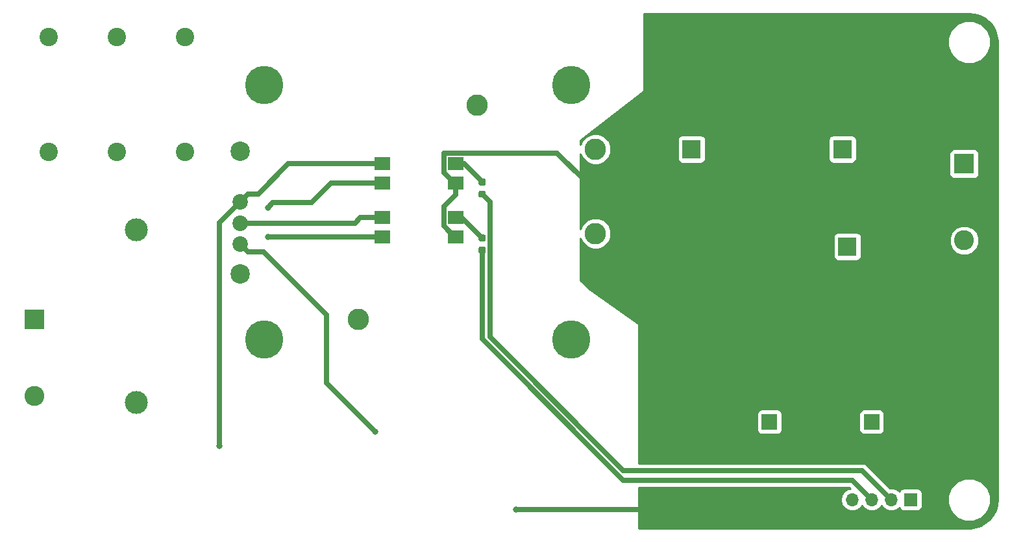
<source format=gbr>
G04 #@! TF.GenerationSoftware,KiCad,Pcbnew,(5.0.2)-1*
G04 #@! TF.CreationDate,2019-02-08T17:58:05-05:00*
G04 #@! TF.ProjectId,DC_DCBoard,44435f44-4342-46f6-9172-642e6b696361,rev?*
G04 #@! TF.SameCoordinates,Original*
G04 #@! TF.FileFunction,Copper,L2,Bot*
G04 #@! TF.FilePolarity,Positive*
%FSLAX46Y46*%
G04 Gerber Fmt 4.6, Leading zero omitted, Abs format (unit mm)*
G04 Created by KiCad (PCBNEW (5.0.2)-1) date 2/8/2019 5:58:05 PM*
%MOMM*%
%LPD*%
G01*
G04 APERTURE LIST*
G04 #@! TA.AperFunction,ComponentPad*
%ADD10C,3.000000*%
G04 #@! TD*
G04 #@! TA.AperFunction,ComponentPad*
%ADD11C,4.990000*%
G04 #@! TD*
G04 #@! TA.AperFunction,ComponentPad*
%ADD12C,2.790000*%
G04 #@! TD*
G04 #@! TA.AperFunction,ComponentPad*
%ADD13C,2.020000*%
G04 #@! TD*
G04 #@! TA.AperFunction,ComponentPad*
%ADD14C,2.530000*%
G04 #@! TD*
G04 #@! TA.AperFunction,ComponentPad*
%ADD15C,2.400000*%
G04 #@! TD*
G04 #@! TA.AperFunction,ComponentPad*
%ADD16R,2.400000X2.400000*%
G04 #@! TD*
G04 #@! TA.AperFunction,ComponentPad*
%ADD17C,2.000000*%
G04 #@! TD*
G04 #@! TA.AperFunction,ComponentPad*
%ADD18R,2.000000X2.000000*%
G04 #@! TD*
G04 #@! TA.AperFunction,ComponentPad*
%ADD19C,2.600000*%
G04 #@! TD*
G04 #@! TA.AperFunction,ComponentPad*
%ADD20R,2.600000X2.600000*%
G04 #@! TD*
G04 #@! TA.AperFunction,Conductor*
%ADD21C,0.100000*%
G04 #@! TD*
G04 #@! TA.AperFunction,SMDPad,CuDef*
%ADD22C,0.875000*%
G04 #@! TD*
G04 #@! TA.AperFunction,SMDPad,CuDef*
%ADD23R,2.000000X1.780000*%
G04 #@! TD*
G04 #@! TA.AperFunction,ComponentPad*
%ADD24O,1.700000X1.700000*%
G04 #@! TD*
G04 #@! TA.AperFunction,ComponentPad*
%ADD25R,1.700000X1.700000*%
G04 #@! TD*
G04 #@! TA.AperFunction,ViaPad*
%ADD26C,0.800000*%
G04 #@! TD*
G04 #@! TA.AperFunction,Conductor*
%ADD27C,0.635000*%
G04 #@! TD*
G04 #@! TA.AperFunction,Conductor*
%ADD28C,0.254000*%
G04 #@! TD*
G04 APERTURE END LIST*
D10*
G04 #@! TO.P,F1,1*
G04 #@! TO.N,Net-(F1-Pad1)*
X81280000Y-118745000D03*
G04 #@! TO.P,F1,2*
G04 #@! TO.N,/HV+*
X81280000Y-96245000D03*
G04 #@! TD*
D11*
G04 #@! TO.P,U1,*
G04 #@! TO.N,*
X97955000Y-110580000D03*
X97955000Y-77380000D03*
X137955000Y-110580000D03*
X137955000Y-77380000D03*
D12*
X110245000Y-107950000D03*
X125665000Y-80010000D03*
G04 #@! TO.P,U1,9*
G04 #@! TO.N,Net-(C6-Pad1)*
X141145000Y-85730000D03*
G04 #@! TO.P,U1,8*
G04 #@! TO.N,GND*
X141145000Y-91230000D03*
G04 #@! TO.P,U1,7*
G04 #@! TO.N,Net-(C6-Pad1)*
X141145000Y-96730000D03*
G04 #@! TO.P,U1,6*
G04 #@! TO.N,GND*
X141145000Y-102230000D03*
D13*
G04 #@! TO.P,U1,4*
G04 #@! TO.N,/FAULT*
X94765000Y-98110000D03*
G04 #@! TO.P,U1,3*
G04 #@! TO.N,/EN*
X94765000Y-95360000D03*
G04 #@! TO.P,U1,2*
G04 #@! TO.N,/TRIM*
X94765000Y-92600000D03*
D14*
G04 #@! TO.P,U1,5*
G04 #@! TO.N,/HV-*
X94765000Y-101980000D03*
G04 #@! TO.P,U1,1*
G04 #@! TO.N,Net-(C1-Pad1)*
X94765000Y-85980000D03*
G04 #@! TD*
D15*
G04 #@! TO.P,C1,2*
G04 #@! TO.N,/HV-*
X87630000Y-86120000D03*
G04 #@! TO.P,C1,1*
G04 #@! TO.N,Net-(C1-Pad1)*
X87630000Y-71120000D03*
G04 #@! TD*
G04 #@! TO.P,C2,2*
G04 #@! TO.N,/HV-*
X69850000Y-86120000D03*
G04 #@! TO.P,C2,1*
G04 #@! TO.N,Net-(C1-Pad1)*
X69850000Y-71120000D03*
G04 #@! TD*
G04 #@! TO.P,C3,2*
G04 #@! TO.N,/HV-*
X78740000Y-86120000D03*
G04 #@! TO.P,C3,1*
G04 #@! TO.N,Net-(C1-Pad1)*
X78740000Y-71120000D03*
G04 #@! TD*
G04 #@! TO.P,C6,2*
G04 #@! TO.N,GND*
X153670000Y-78225000D03*
D16*
G04 #@! TO.P,C6,1*
G04 #@! TO.N,Net-(C6-Pad1)*
X153670000Y-85725000D03*
G04 #@! TD*
D15*
G04 #@! TO.P,C7,2*
G04 #@! TO.N,GND*
X173355000Y-78225000D03*
D16*
G04 #@! TO.P,C7,1*
G04 #@! TO.N,+12V*
X173355000Y-85725000D03*
G04 #@! TD*
D15*
G04 #@! TO.P,C8,2*
G04 #@! TO.N,GND*
X173990000Y-105925000D03*
D16*
G04 #@! TO.P,C8,1*
G04 #@! TO.N,+12V*
X173990000Y-98425000D03*
G04 #@! TD*
D17*
G04 #@! TO.P,C9,2*
G04 #@! TO.N,GND*
X177165000Y-116285000D03*
D18*
G04 #@! TO.P,C9,1*
G04 #@! TO.N,+12V*
X177165000Y-121285000D03*
G04 #@! TD*
D17*
G04 #@! TO.P,C11,2*
G04 #@! TO.N,GND*
X163830000Y-116285000D03*
D18*
G04 #@! TO.P,C11,1*
G04 #@! TO.N,+12V*
X163830000Y-121285000D03*
G04 #@! TD*
D19*
G04 #@! TO.P,J1,2*
G04 #@! TO.N,/HV-*
X67945000Y-117950000D03*
D20*
G04 #@! TO.P,J1,1*
G04 #@! TO.N,Net-(F1-Pad1)*
X67945000Y-107950000D03*
G04 #@! TD*
D19*
G04 #@! TO.P,J2,4*
G04 #@! TO.N,GND*
X189230000Y-117630000D03*
G04 #@! TO.P,J2,3*
X189230000Y-107630000D03*
G04 #@! TO.P,J2,2*
G04 #@! TO.N,+12V*
X189230000Y-97630000D03*
D20*
G04 #@! TO.P,J2,1*
X189230000Y-87630000D03*
G04 #@! TD*
D21*
G04 #@! TO.N,Net-(R8-Pad2)*
G04 #@! TO.C,R8*
G36*
X126642691Y-96871053D02*
X126663926Y-96874203D01*
X126684750Y-96879419D01*
X126704962Y-96886651D01*
X126724368Y-96895830D01*
X126742781Y-96906866D01*
X126760024Y-96919654D01*
X126775930Y-96934070D01*
X126790346Y-96949976D01*
X126803134Y-96967219D01*
X126814170Y-96985632D01*
X126823349Y-97005038D01*
X126830581Y-97025250D01*
X126835797Y-97046074D01*
X126838947Y-97067309D01*
X126840000Y-97088750D01*
X126840000Y-97526250D01*
X126838947Y-97547691D01*
X126835797Y-97568926D01*
X126830581Y-97589750D01*
X126823349Y-97609962D01*
X126814170Y-97629368D01*
X126803134Y-97647781D01*
X126790346Y-97665024D01*
X126775930Y-97680930D01*
X126760024Y-97695346D01*
X126742781Y-97708134D01*
X126724368Y-97719170D01*
X126704962Y-97728349D01*
X126684750Y-97735581D01*
X126663926Y-97740797D01*
X126642691Y-97743947D01*
X126621250Y-97745000D01*
X126108750Y-97745000D01*
X126087309Y-97743947D01*
X126066074Y-97740797D01*
X126045250Y-97735581D01*
X126025038Y-97728349D01*
X126005632Y-97719170D01*
X125987219Y-97708134D01*
X125969976Y-97695346D01*
X125954070Y-97680930D01*
X125939654Y-97665024D01*
X125926866Y-97647781D01*
X125915830Y-97629368D01*
X125906651Y-97609962D01*
X125899419Y-97589750D01*
X125894203Y-97568926D01*
X125891053Y-97547691D01*
X125890000Y-97526250D01*
X125890000Y-97088750D01*
X125891053Y-97067309D01*
X125894203Y-97046074D01*
X125899419Y-97025250D01*
X125906651Y-97005038D01*
X125915830Y-96985632D01*
X125926866Y-96967219D01*
X125939654Y-96949976D01*
X125954070Y-96934070D01*
X125969976Y-96919654D01*
X125987219Y-96906866D01*
X126005632Y-96895830D01*
X126025038Y-96886651D01*
X126045250Y-96879419D01*
X126066074Y-96874203D01*
X126087309Y-96871053D01*
X126108750Y-96870000D01*
X126621250Y-96870000D01*
X126642691Y-96871053D01*
X126642691Y-96871053D01*
G37*
D22*
G04 #@! TD*
G04 #@! TO.P,R8,2*
G04 #@! TO.N,Net-(R8-Pad2)*
X126365000Y-97307500D03*
D21*
G04 #@! TO.N,/DC_DC_EN*
G04 #@! TO.C,R8*
G36*
X126642691Y-98446053D02*
X126663926Y-98449203D01*
X126684750Y-98454419D01*
X126704962Y-98461651D01*
X126724368Y-98470830D01*
X126742781Y-98481866D01*
X126760024Y-98494654D01*
X126775930Y-98509070D01*
X126790346Y-98524976D01*
X126803134Y-98542219D01*
X126814170Y-98560632D01*
X126823349Y-98580038D01*
X126830581Y-98600250D01*
X126835797Y-98621074D01*
X126838947Y-98642309D01*
X126840000Y-98663750D01*
X126840000Y-99101250D01*
X126838947Y-99122691D01*
X126835797Y-99143926D01*
X126830581Y-99164750D01*
X126823349Y-99184962D01*
X126814170Y-99204368D01*
X126803134Y-99222781D01*
X126790346Y-99240024D01*
X126775930Y-99255930D01*
X126760024Y-99270346D01*
X126742781Y-99283134D01*
X126724368Y-99294170D01*
X126704962Y-99303349D01*
X126684750Y-99310581D01*
X126663926Y-99315797D01*
X126642691Y-99318947D01*
X126621250Y-99320000D01*
X126108750Y-99320000D01*
X126087309Y-99318947D01*
X126066074Y-99315797D01*
X126045250Y-99310581D01*
X126025038Y-99303349D01*
X126005632Y-99294170D01*
X125987219Y-99283134D01*
X125969976Y-99270346D01*
X125954070Y-99255930D01*
X125939654Y-99240024D01*
X125926866Y-99222781D01*
X125915830Y-99204368D01*
X125906651Y-99184962D01*
X125899419Y-99164750D01*
X125894203Y-99143926D01*
X125891053Y-99122691D01*
X125890000Y-99101250D01*
X125890000Y-98663750D01*
X125891053Y-98642309D01*
X125894203Y-98621074D01*
X125899419Y-98600250D01*
X125906651Y-98580038D01*
X125915830Y-98560632D01*
X125926866Y-98542219D01*
X125939654Y-98524976D01*
X125954070Y-98509070D01*
X125969976Y-98494654D01*
X125987219Y-98481866D01*
X126005632Y-98470830D01*
X126025038Y-98461651D01*
X126045250Y-98454419D01*
X126066074Y-98449203D01*
X126087309Y-98446053D01*
X126108750Y-98445000D01*
X126621250Y-98445000D01*
X126642691Y-98446053D01*
X126642691Y-98446053D01*
G37*
D22*
G04 #@! TD*
G04 #@! TO.P,R8,1*
G04 #@! TO.N,/DC_DC_EN*
X126365000Y-98882500D03*
D21*
G04 #@! TO.N,Net-(R10-Pad2)*
G04 #@! TO.C,R10*
G36*
X126642691Y-89581053D02*
X126663926Y-89584203D01*
X126684750Y-89589419D01*
X126704962Y-89596651D01*
X126724368Y-89605830D01*
X126742781Y-89616866D01*
X126760024Y-89629654D01*
X126775930Y-89644070D01*
X126790346Y-89659976D01*
X126803134Y-89677219D01*
X126814170Y-89695632D01*
X126823349Y-89715038D01*
X126830581Y-89735250D01*
X126835797Y-89756074D01*
X126838947Y-89777309D01*
X126840000Y-89798750D01*
X126840000Y-90236250D01*
X126838947Y-90257691D01*
X126835797Y-90278926D01*
X126830581Y-90299750D01*
X126823349Y-90319962D01*
X126814170Y-90339368D01*
X126803134Y-90357781D01*
X126790346Y-90375024D01*
X126775930Y-90390930D01*
X126760024Y-90405346D01*
X126742781Y-90418134D01*
X126724368Y-90429170D01*
X126704962Y-90438349D01*
X126684750Y-90445581D01*
X126663926Y-90450797D01*
X126642691Y-90453947D01*
X126621250Y-90455000D01*
X126108750Y-90455000D01*
X126087309Y-90453947D01*
X126066074Y-90450797D01*
X126045250Y-90445581D01*
X126025038Y-90438349D01*
X126005632Y-90429170D01*
X125987219Y-90418134D01*
X125969976Y-90405346D01*
X125954070Y-90390930D01*
X125939654Y-90375024D01*
X125926866Y-90357781D01*
X125915830Y-90339368D01*
X125906651Y-90319962D01*
X125899419Y-90299750D01*
X125894203Y-90278926D01*
X125891053Y-90257691D01*
X125890000Y-90236250D01*
X125890000Y-89798750D01*
X125891053Y-89777309D01*
X125894203Y-89756074D01*
X125899419Y-89735250D01*
X125906651Y-89715038D01*
X125915830Y-89695632D01*
X125926866Y-89677219D01*
X125939654Y-89659976D01*
X125954070Y-89644070D01*
X125969976Y-89629654D01*
X125987219Y-89616866D01*
X126005632Y-89605830D01*
X126025038Y-89596651D01*
X126045250Y-89589419D01*
X126066074Y-89584203D01*
X126087309Y-89581053D01*
X126108750Y-89580000D01*
X126621250Y-89580000D01*
X126642691Y-89581053D01*
X126642691Y-89581053D01*
G37*
D22*
G04 #@! TD*
G04 #@! TO.P,R10,2*
G04 #@! TO.N,Net-(R10-Pad2)*
X126365000Y-90017500D03*
D21*
G04 #@! TO.N,/TRIM_EN*
G04 #@! TO.C,R10*
G36*
X126642691Y-91156053D02*
X126663926Y-91159203D01*
X126684750Y-91164419D01*
X126704962Y-91171651D01*
X126724368Y-91180830D01*
X126742781Y-91191866D01*
X126760024Y-91204654D01*
X126775930Y-91219070D01*
X126790346Y-91234976D01*
X126803134Y-91252219D01*
X126814170Y-91270632D01*
X126823349Y-91290038D01*
X126830581Y-91310250D01*
X126835797Y-91331074D01*
X126838947Y-91352309D01*
X126840000Y-91373750D01*
X126840000Y-91811250D01*
X126838947Y-91832691D01*
X126835797Y-91853926D01*
X126830581Y-91874750D01*
X126823349Y-91894962D01*
X126814170Y-91914368D01*
X126803134Y-91932781D01*
X126790346Y-91950024D01*
X126775930Y-91965930D01*
X126760024Y-91980346D01*
X126742781Y-91993134D01*
X126724368Y-92004170D01*
X126704962Y-92013349D01*
X126684750Y-92020581D01*
X126663926Y-92025797D01*
X126642691Y-92028947D01*
X126621250Y-92030000D01*
X126108750Y-92030000D01*
X126087309Y-92028947D01*
X126066074Y-92025797D01*
X126045250Y-92020581D01*
X126025038Y-92013349D01*
X126005632Y-92004170D01*
X125987219Y-91993134D01*
X125969976Y-91980346D01*
X125954070Y-91965930D01*
X125939654Y-91950024D01*
X125926866Y-91932781D01*
X125915830Y-91914368D01*
X125906651Y-91894962D01*
X125899419Y-91874750D01*
X125894203Y-91853926D01*
X125891053Y-91832691D01*
X125890000Y-91811250D01*
X125890000Y-91373750D01*
X125891053Y-91352309D01*
X125894203Y-91331074D01*
X125899419Y-91310250D01*
X125906651Y-91290038D01*
X125915830Y-91270632D01*
X125926866Y-91252219D01*
X125939654Y-91234976D01*
X125954070Y-91219070D01*
X125969976Y-91204654D01*
X125987219Y-91191866D01*
X126005632Y-91180830D01*
X126025038Y-91171651D01*
X126045250Y-91164419D01*
X126066074Y-91159203D01*
X126087309Y-91156053D01*
X126108750Y-91155000D01*
X126621250Y-91155000D01*
X126642691Y-91156053D01*
X126642691Y-91156053D01*
G37*
D22*
G04 #@! TD*
G04 #@! TO.P,R10,1*
G04 #@! TO.N,/TRIM_EN*
X126365000Y-91592500D03*
D23*
G04 #@! TO.P,U2,4*
G04 #@! TO.N,/TRIM*
X113345000Y-87630000D03*
G04 #@! TO.P,U2,2*
G04 #@! TO.N,GND*
X122875000Y-90170000D03*
G04 #@! TO.P,U2,3*
G04 #@! TO.N,/HV-*
X113345000Y-90170000D03*
G04 #@! TO.P,U2,1*
G04 #@! TO.N,Net-(R10-Pad2)*
X122875000Y-87630000D03*
G04 #@! TD*
G04 #@! TO.P,U4,4*
G04 #@! TO.N,/EN*
X113345000Y-94615000D03*
G04 #@! TO.P,U4,2*
G04 #@! TO.N,GND*
X122875000Y-97155000D03*
G04 #@! TO.P,U4,3*
G04 #@! TO.N,/HV-*
X113345000Y-97155000D03*
G04 #@! TO.P,U4,1*
G04 #@! TO.N,Net-(R8-Pad2)*
X122875000Y-94615000D03*
G04 #@! TD*
D24*
G04 #@! TO.P,J3,5*
G04 #@! TO.N,GND*
X172085000Y-131445000D03*
G04 #@! TO.P,J3,4*
G04 #@! TO.N,/DC_DC_FAULT*
X174625000Y-131445000D03*
G04 #@! TO.P,J3,3*
G04 #@! TO.N,/DC_DC_EN*
X177165000Y-131445000D03*
G04 #@! TO.P,J3,2*
G04 #@! TO.N,/TRIM_EN*
X179705000Y-131445000D03*
D25*
G04 #@! TO.P,J3,1*
G04 #@! TO.N,+5V*
X182245000Y-131445000D03*
G04 #@! TD*
D26*
G04 #@! TO.N,/HV-*
X98425000Y-93345000D03*
X98425000Y-97155000D03*
G04 #@! TO.N,GND*
X130810000Y-132715000D03*
G04 #@! TO.N,/TRIM*
X92075000Y-124460000D03*
G04 #@! TO.N,/FAULT*
X112395000Y-122555000D03*
G04 #@! TD*
D27*
G04 #@! TO.N,/HV-*
X102235000Y-97155000D02*
X98425000Y-97155000D01*
X113345000Y-97155000D02*
X102235000Y-97155000D01*
X99060000Y-92710000D02*
X98425000Y-93345000D01*
X104140000Y-92710000D02*
X99060000Y-92710000D01*
X113345000Y-90170000D02*
X106680000Y-90170000D01*
X106680000Y-90170000D02*
X104140000Y-92710000D01*
G04 #@! TO.N,GND*
X121354299Y-88759299D02*
X121354299Y-86290701D01*
X122875000Y-90170000D02*
X122765000Y-90170000D01*
X122765000Y-90170000D02*
X121354299Y-88759299D01*
X139750001Y-89835001D02*
X141145000Y-91230000D01*
X136134299Y-86219299D02*
X139750001Y-89835001D01*
X121425701Y-86219299D02*
X136134299Y-86219299D01*
X121354299Y-86290701D02*
X121425701Y-86219299D01*
X122875000Y-91695000D02*
X122875000Y-90170000D01*
X121354299Y-93215701D02*
X122875000Y-91695000D01*
X121354299Y-95744299D02*
X121354299Y-93215701D01*
X122765000Y-97155000D02*
X121354299Y-95744299D01*
X122875000Y-97155000D02*
X122765000Y-97155000D01*
X130810000Y-132715000D02*
X147320000Y-132715000D01*
G04 #@! TO.N,/TRIM*
X95774999Y-91590001D02*
X94765000Y-92600000D01*
X97135901Y-91590001D02*
X95774999Y-91590001D01*
X101095902Y-87630000D02*
X97135901Y-91590001D01*
X113345000Y-87630000D02*
X101095902Y-87630000D01*
X92075000Y-95290000D02*
X94765000Y-92600000D01*
X92075000Y-122715000D02*
X92075000Y-95290000D01*
X92075000Y-122715000D02*
X92075000Y-123190000D01*
X92075000Y-123190000D02*
X92075000Y-124460000D01*
G04 #@! TO.N,/FAULT*
X95774999Y-99119999D02*
X97849999Y-99119999D01*
X94765000Y-98110000D02*
X95774999Y-99119999D01*
X97849999Y-99119999D02*
X106045000Y-107315000D01*
X106045000Y-107315000D02*
X106045000Y-116205000D01*
X106045000Y-116205000D02*
X112395000Y-122555000D01*
G04 #@! TO.N,/DC_DC_EN*
X126365000Y-98882500D02*
X126365000Y-110490000D01*
X126365000Y-110490000D02*
X144780000Y-128905000D01*
X174625000Y-128905000D02*
X177165000Y-131445000D01*
X144780000Y-128905000D02*
X174625000Y-128905000D01*
G04 #@! TO.N,Net-(R8-Pad2)*
X123672500Y-94615000D02*
X126365000Y-97307500D01*
X122875000Y-94615000D02*
X123672500Y-94615000D01*
G04 #@! TO.N,/TRIM_EN*
X127360710Y-92588210D02*
X127360710Y-110215710D01*
X126365000Y-91592500D02*
X127360710Y-92588210D01*
X127360710Y-110215710D02*
X144780000Y-127635000D01*
X175895000Y-127635000D02*
X179705000Y-131445000D01*
X144780000Y-127635000D02*
X175895000Y-127635000D01*
G04 #@! TO.N,/EN*
X94765000Y-95360000D02*
X109745000Y-95360000D01*
X110490000Y-94615000D02*
X113345000Y-94615000D01*
X109745000Y-95360000D02*
X110490000Y-94615000D01*
G04 #@! TO.N,Net-(R10-Pad2)*
X123977500Y-87630000D02*
X126365000Y-90017500D01*
X122875000Y-87630000D02*
X123977500Y-87630000D01*
G04 #@! TD*
D28*
G04 #@! TO.N,GND*
G36*
X190565910Y-68115211D02*
X191241537Y-68313417D01*
X191867484Y-68635802D01*
X192421190Y-69070743D01*
X192882651Y-69602530D01*
X193235232Y-70211988D01*
X193466204Y-70877119D01*
X193570987Y-71599795D01*
X193575000Y-71763999D01*
X193575001Y-131410010D01*
X193504789Y-132145910D01*
X193306583Y-132821537D01*
X192984197Y-133447487D01*
X192549260Y-134001187D01*
X192017469Y-134462652D01*
X191408016Y-134815230D01*
X190742882Y-135046204D01*
X190020205Y-135150987D01*
X189856001Y-135155000D01*
X146812000Y-135155000D01*
X146812000Y-129857500D01*
X174230463Y-129857500D01*
X174357149Y-129984187D01*
X174045582Y-130046161D01*
X173554375Y-130374375D01*
X173226161Y-130865582D01*
X173110908Y-131445000D01*
X173226161Y-132024418D01*
X173554375Y-132515625D01*
X174045582Y-132843839D01*
X174478744Y-132930000D01*
X174771256Y-132930000D01*
X175204418Y-132843839D01*
X175695625Y-132515625D01*
X175895000Y-132217239D01*
X176094375Y-132515625D01*
X176585582Y-132843839D01*
X177018744Y-132930000D01*
X177311256Y-132930000D01*
X177744418Y-132843839D01*
X178235625Y-132515625D01*
X178435000Y-132217239D01*
X178634375Y-132515625D01*
X179125582Y-132843839D01*
X179558744Y-132930000D01*
X179851256Y-132930000D01*
X180284418Y-132843839D01*
X180775625Y-132515625D01*
X180787816Y-132497381D01*
X180796843Y-132542765D01*
X180937191Y-132752809D01*
X181147235Y-132893157D01*
X181395000Y-132942440D01*
X183095000Y-132942440D01*
X183342765Y-132893157D01*
X183552809Y-132752809D01*
X183693157Y-132542765D01*
X183742440Y-132295000D01*
X183742440Y-130891029D01*
X187080000Y-130891029D01*
X187080000Y-131998971D01*
X187503991Y-133022576D01*
X188287424Y-133806009D01*
X189311029Y-134230000D01*
X190418971Y-134230000D01*
X191442576Y-133806009D01*
X192226009Y-133022576D01*
X192650000Y-131998971D01*
X192650000Y-130891029D01*
X192226009Y-129867424D01*
X191442576Y-129083991D01*
X190418971Y-128660000D01*
X189311029Y-128660000D01*
X188287424Y-129083991D01*
X187503991Y-129867424D01*
X187080000Y-130891029D01*
X183742440Y-130891029D01*
X183742440Y-130595000D01*
X183693157Y-130347235D01*
X183552809Y-130137191D01*
X183342765Y-129996843D01*
X183095000Y-129947560D01*
X181395000Y-129947560D01*
X181147235Y-129996843D01*
X180937191Y-130137191D01*
X180796843Y-130347235D01*
X180787816Y-130392619D01*
X180775625Y-130374375D01*
X180284418Y-130046161D01*
X179851256Y-129960000D01*
X179567039Y-129960000D01*
X176634857Y-127027820D01*
X176581714Y-126948286D01*
X176266647Y-126737765D01*
X175988810Y-126682500D01*
X175895000Y-126663840D01*
X175801190Y-126682500D01*
X146812000Y-126682500D01*
X146812000Y-120285000D01*
X162182560Y-120285000D01*
X162182560Y-122285000D01*
X162231843Y-122532765D01*
X162372191Y-122742809D01*
X162582235Y-122883157D01*
X162830000Y-122932440D01*
X164830000Y-122932440D01*
X165077765Y-122883157D01*
X165287809Y-122742809D01*
X165428157Y-122532765D01*
X165477440Y-122285000D01*
X165477440Y-120285000D01*
X175517560Y-120285000D01*
X175517560Y-122285000D01*
X175566843Y-122532765D01*
X175707191Y-122742809D01*
X175917235Y-122883157D01*
X176165000Y-122932440D01*
X178165000Y-122932440D01*
X178412765Y-122883157D01*
X178622809Y-122742809D01*
X178763157Y-122532765D01*
X178812440Y-122285000D01*
X178812440Y-120285000D01*
X178763157Y-120037235D01*
X178622809Y-119827191D01*
X178412765Y-119686843D01*
X178165000Y-119637560D01*
X176165000Y-119637560D01*
X175917235Y-119686843D01*
X175707191Y-119827191D01*
X175566843Y-120037235D01*
X175517560Y-120285000D01*
X165477440Y-120285000D01*
X165428157Y-120037235D01*
X165287809Y-119827191D01*
X165077765Y-119686843D01*
X164830000Y-119637560D01*
X162830000Y-119637560D01*
X162582235Y-119686843D01*
X162372191Y-119827191D01*
X162231843Y-120037235D01*
X162182560Y-120285000D01*
X146812000Y-120285000D01*
X146812000Y-108585000D01*
X146802333Y-108536399D01*
X146757830Y-108480958D01*
X140416943Y-104042337D01*
X139192000Y-102817394D01*
X139192000Y-97319687D01*
X139424049Y-97879903D01*
X139995097Y-98450951D01*
X140741208Y-98760000D01*
X141548792Y-98760000D01*
X142294903Y-98450951D01*
X142865951Y-97879903D01*
X143137220Y-97225000D01*
X172142560Y-97225000D01*
X172142560Y-99625000D01*
X172191843Y-99872765D01*
X172332191Y-100082809D01*
X172542235Y-100223157D01*
X172790000Y-100272440D01*
X175190000Y-100272440D01*
X175437765Y-100223157D01*
X175647809Y-100082809D01*
X175788157Y-99872765D01*
X175837440Y-99625000D01*
X175837440Y-97245105D01*
X187295000Y-97245105D01*
X187295000Y-98014895D01*
X187589586Y-98726090D01*
X188133910Y-99270414D01*
X188845105Y-99565000D01*
X189614895Y-99565000D01*
X190326090Y-99270414D01*
X190870414Y-98726090D01*
X191165000Y-98014895D01*
X191165000Y-97245105D01*
X190870414Y-96533910D01*
X190326090Y-95989586D01*
X189614895Y-95695000D01*
X188845105Y-95695000D01*
X188133910Y-95989586D01*
X187589586Y-96533910D01*
X187295000Y-97245105D01*
X175837440Y-97245105D01*
X175837440Y-97225000D01*
X175788157Y-96977235D01*
X175647809Y-96767191D01*
X175437765Y-96626843D01*
X175190000Y-96577560D01*
X172790000Y-96577560D01*
X172542235Y-96626843D01*
X172332191Y-96767191D01*
X172191843Y-96977235D01*
X172142560Y-97225000D01*
X143137220Y-97225000D01*
X143175000Y-97133792D01*
X143175000Y-96326208D01*
X142865951Y-95580097D01*
X142294903Y-95009049D01*
X141548792Y-94700000D01*
X140741208Y-94700000D01*
X139995097Y-95009049D01*
X139424049Y-95580097D01*
X139192000Y-96140313D01*
X139192000Y-86319687D01*
X139424049Y-86879903D01*
X139995097Y-87450951D01*
X140741208Y-87760000D01*
X141548792Y-87760000D01*
X142294903Y-87450951D01*
X142865951Y-86879903D01*
X143175000Y-86133792D01*
X143175000Y-85326208D01*
X142865951Y-84580097D01*
X142810854Y-84525000D01*
X151822560Y-84525000D01*
X151822560Y-86925000D01*
X151871843Y-87172765D01*
X152012191Y-87382809D01*
X152222235Y-87523157D01*
X152470000Y-87572440D01*
X154870000Y-87572440D01*
X155117765Y-87523157D01*
X155327809Y-87382809D01*
X155468157Y-87172765D01*
X155517440Y-86925000D01*
X155517440Y-84525000D01*
X171507560Y-84525000D01*
X171507560Y-86925000D01*
X171556843Y-87172765D01*
X171697191Y-87382809D01*
X171907235Y-87523157D01*
X172155000Y-87572440D01*
X174555000Y-87572440D01*
X174802765Y-87523157D01*
X175012809Y-87382809D01*
X175153157Y-87172765D01*
X175202440Y-86925000D01*
X175202440Y-86330000D01*
X187282560Y-86330000D01*
X187282560Y-88930000D01*
X187331843Y-89177765D01*
X187472191Y-89387809D01*
X187682235Y-89528157D01*
X187930000Y-89577440D01*
X190530000Y-89577440D01*
X190777765Y-89528157D01*
X190987809Y-89387809D01*
X191128157Y-89177765D01*
X191177440Y-88930000D01*
X191177440Y-86330000D01*
X191128157Y-86082235D01*
X190987809Y-85872191D01*
X190777765Y-85731843D01*
X190530000Y-85682560D01*
X187930000Y-85682560D01*
X187682235Y-85731843D01*
X187472191Y-85872191D01*
X187331843Y-86082235D01*
X187282560Y-86330000D01*
X175202440Y-86330000D01*
X175202440Y-84525000D01*
X175153157Y-84277235D01*
X175012809Y-84067191D01*
X174802765Y-83926843D01*
X174555000Y-83877560D01*
X172155000Y-83877560D01*
X171907235Y-83926843D01*
X171697191Y-84067191D01*
X171556843Y-84277235D01*
X171507560Y-84525000D01*
X155517440Y-84525000D01*
X155468157Y-84277235D01*
X155327809Y-84067191D01*
X155117765Y-83926843D01*
X154870000Y-83877560D01*
X152470000Y-83877560D01*
X152222235Y-83926843D01*
X152012191Y-84067191D01*
X151871843Y-84277235D01*
X151822560Y-84525000D01*
X142810854Y-84525000D01*
X142294903Y-84009049D01*
X141548792Y-83700000D01*
X140741208Y-83700000D01*
X139995097Y-84009049D01*
X139424049Y-84580097D01*
X139192000Y-85140313D01*
X139192000Y-84517535D01*
X147397433Y-78205663D01*
X147430061Y-78168368D01*
X147447000Y-78105000D01*
X147447000Y-71201029D01*
X187080000Y-71201029D01*
X187080000Y-72308971D01*
X187503991Y-73332576D01*
X188287424Y-74116009D01*
X189311029Y-74540000D01*
X190418971Y-74540000D01*
X191442576Y-74116009D01*
X192226009Y-73332576D01*
X192650000Y-72308971D01*
X192650000Y-71201029D01*
X192226009Y-70177424D01*
X191442576Y-69393991D01*
X190418971Y-68970000D01*
X189311029Y-68970000D01*
X188287424Y-69393991D01*
X187503991Y-70177424D01*
X187080000Y-71201029D01*
X147447000Y-71201029D01*
X147447000Y-68045000D01*
X189830020Y-68045000D01*
X190565910Y-68115211D01*
X190565910Y-68115211D01*
G37*
X190565910Y-68115211D02*
X191241537Y-68313417D01*
X191867484Y-68635802D01*
X192421190Y-69070743D01*
X192882651Y-69602530D01*
X193235232Y-70211988D01*
X193466204Y-70877119D01*
X193570987Y-71599795D01*
X193575000Y-71763999D01*
X193575001Y-131410010D01*
X193504789Y-132145910D01*
X193306583Y-132821537D01*
X192984197Y-133447487D01*
X192549260Y-134001187D01*
X192017469Y-134462652D01*
X191408016Y-134815230D01*
X190742882Y-135046204D01*
X190020205Y-135150987D01*
X189856001Y-135155000D01*
X146812000Y-135155000D01*
X146812000Y-129857500D01*
X174230463Y-129857500D01*
X174357149Y-129984187D01*
X174045582Y-130046161D01*
X173554375Y-130374375D01*
X173226161Y-130865582D01*
X173110908Y-131445000D01*
X173226161Y-132024418D01*
X173554375Y-132515625D01*
X174045582Y-132843839D01*
X174478744Y-132930000D01*
X174771256Y-132930000D01*
X175204418Y-132843839D01*
X175695625Y-132515625D01*
X175895000Y-132217239D01*
X176094375Y-132515625D01*
X176585582Y-132843839D01*
X177018744Y-132930000D01*
X177311256Y-132930000D01*
X177744418Y-132843839D01*
X178235625Y-132515625D01*
X178435000Y-132217239D01*
X178634375Y-132515625D01*
X179125582Y-132843839D01*
X179558744Y-132930000D01*
X179851256Y-132930000D01*
X180284418Y-132843839D01*
X180775625Y-132515625D01*
X180787816Y-132497381D01*
X180796843Y-132542765D01*
X180937191Y-132752809D01*
X181147235Y-132893157D01*
X181395000Y-132942440D01*
X183095000Y-132942440D01*
X183342765Y-132893157D01*
X183552809Y-132752809D01*
X183693157Y-132542765D01*
X183742440Y-132295000D01*
X183742440Y-130891029D01*
X187080000Y-130891029D01*
X187080000Y-131998971D01*
X187503991Y-133022576D01*
X188287424Y-133806009D01*
X189311029Y-134230000D01*
X190418971Y-134230000D01*
X191442576Y-133806009D01*
X192226009Y-133022576D01*
X192650000Y-131998971D01*
X192650000Y-130891029D01*
X192226009Y-129867424D01*
X191442576Y-129083991D01*
X190418971Y-128660000D01*
X189311029Y-128660000D01*
X188287424Y-129083991D01*
X187503991Y-129867424D01*
X187080000Y-130891029D01*
X183742440Y-130891029D01*
X183742440Y-130595000D01*
X183693157Y-130347235D01*
X183552809Y-130137191D01*
X183342765Y-129996843D01*
X183095000Y-129947560D01*
X181395000Y-129947560D01*
X181147235Y-129996843D01*
X180937191Y-130137191D01*
X180796843Y-130347235D01*
X180787816Y-130392619D01*
X180775625Y-130374375D01*
X180284418Y-130046161D01*
X179851256Y-129960000D01*
X179567039Y-129960000D01*
X176634857Y-127027820D01*
X176581714Y-126948286D01*
X176266647Y-126737765D01*
X175988810Y-126682500D01*
X175895000Y-126663840D01*
X175801190Y-126682500D01*
X146812000Y-126682500D01*
X146812000Y-120285000D01*
X162182560Y-120285000D01*
X162182560Y-122285000D01*
X162231843Y-122532765D01*
X162372191Y-122742809D01*
X162582235Y-122883157D01*
X162830000Y-122932440D01*
X164830000Y-122932440D01*
X165077765Y-122883157D01*
X165287809Y-122742809D01*
X165428157Y-122532765D01*
X165477440Y-122285000D01*
X165477440Y-120285000D01*
X175517560Y-120285000D01*
X175517560Y-122285000D01*
X175566843Y-122532765D01*
X175707191Y-122742809D01*
X175917235Y-122883157D01*
X176165000Y-122932440D01*
X178165000Y-122932440D01*
X178412765Y-122883157D01*
X178622809Y-122742809D01*
X178763157Y-122532765D01*
X178812440Y-122285000D01*
X178812440Y-120285000D01*
X178763157Y-120037235D01*
X178622809Y-119827191D01*
X178412765Y-119686843D01*
X178165000Y-119637560D01*
X176165000Y-119637560D01*
X175917235Y-119686843D01*
X175707191Y-119827191D01*
X175566843Y-120037235D01*
X175517560Y-120285000D01*
X165477440Y-120285000D01*
X165428157Y-120037235D01*
X165287809Y-119827191D01*
X165077765Y-119686843D01*
X164830000Y-119637560D01*
X162830000Y-119637560D01*
X162582235Y-119686843D01*
X162372191Y-119827191D01*
X162231843Y-120037235D01*
X162182560Y-120285000D01*
X146812000Y-120285000D01*
X146812000Y-108585000D01*
X146802333Y-108536399D01*
X146757830Y-108480958D01*
X140416943Y-104042337D01*
X139192000Y-102817394D01*
X139192000Y-97319687D01*
X139424049Y-97879903D01*
X139995097Y-98450951D01*
X140741208Y-98760000D01*
X141548792Y-98760000D01*
X142294903Y-98450951D01*
X142865951Y-97879903D01*
X143137220Y-97225000D01*
X172142560Y-97225000D01*
X172142560Y-99625000D01*
X172191843Y-99872765D01*
X172332191Y-100082809D01*
X172542235Y-100223157D01*
X172790000Y-100272440D01*
X175190000Y-100272440D01*
X175437765Y-100223157D01*
X175647809Y-100082809D01*
X175788157Y-99872765D01*
X175837440Y-99625000D01*
X175837440Y-97245105D01*
X187295000Y-97245105D01*
X187295000Y-98014895D01*
X187589586Y-98726090D01*
X188133910Y-99270414D01*
X188845105Y-99565000D01*
X189614895Y-99565000D01*
X190326090Y-99270414D01*
X190870414Y-98726090D01*
X191165000Y-98014895D01*
X191165000Y-97245105D01*
X190870414Y-96533910D01*
X190326090Y-95989586D01*
X189614895Y-95695000D01*
X188845105Y-95695000D01*
X188133910Y-95989586D01*
X187589586Y-96533910D01*
X187295000Y-97245105D01*
X175837440Y-97245105D01*
X175837440Y-97225000D01*
X175788157Y-96977235D01*
X175647809Y-96767191D01*
X175437765Y-96626843D01*
X175190000Y-96577560D01*
X172790000Y-96577560D01*
X172542235Y-96626843D01*
X172332191Y-96767191D01*
X172191843Y-96977235D01*
X172142560Y-97225000D01*
X143137220Y-97225000D01*
X143175000Y-97133792D01*
X143175000Y-96326208D01*
X142865951Y-95580097D01*
X142294903Y-95009049D01*
X141548792Y-94700000D01*
X140741208Y-94700000D01*
X139995097Y-95009049D01*
X139424049Y-95580097D01*
X139192000Y-96140313D01*
X139192000Y-86319687D01*
X139424049Y-86879903D01*
X139995097Y-87450951D01*
X140741208Y-87760000D01*
X141548792Y-87760000D01*
X142294903Y-87450951D01*
X142865951Y-86879903D01*
X143175000Y-86133792D01*
X143175000Y-85326208D01*
X142865951Y-84580097D01*
X142810854Y-84525000D01*
X151822560Y-84525000D01*
X151822560Y-86925000D01*
X151871843Y-87172765D01*
X152012191Y-87382809D01*
X152222235Y-87523157D01*
X152470000Y-87572440D01*
X154870000Y-87572440D01*
X155117765Y-87523157D01*
X155327809Y-87382809D01*
X155468157Y-87172765D01*
X155517440Y-86925000D01*
X155517440Y-84525000D01*
X171507560Y-84525000D01*
X171507560Y-86925000D01*
X171556843Y-87172765D01*
X171697191Y-87382809D01*
X171907235Y-87523157D01*
X172155000Y-87572440D01*
X174555000Y-87572440D01*
X174802765Y-87523157D01*
X175012809Y-87382809D01*
X175153157Y-87172765D01*
X175202440Y-86925000D01*
X175202440Y-86330000D01*
X187282560Y-86330000D01*
X187282560Y-88930000D01*
X187331843Y-89177765D01*
X187472191Y-89387809D01*
X187682235Y-89528157D01*
X187930000Y-89577440D01*
X190530000Y-89577440D01*
X190777765Y-89528157D01*
X190987809Y-89387809D01*
X191128157Y-89177765D01*
X191177440Y-88930000D01*
X191177440Y-86330000D01*
X191128157Y-86082235D01*
X190987809Y-85872191D01*
X190777765Y-85731843D01*
X190530000Y-85682560D01*
X187930000Y-85682560D01*
X187682235Y-85731843D01*
X187472191Y-85872191D01*
X187331843Y-86082235D01*
X187282560Y-86330000D01*
X175202440Y-86330000D01*
X175202440Y-84525000D01*
X175153157Y-84277235D01*
X175012809Y-84067191D01*
X174802765Y-83926843D01*
X174555000Y-83877560D01*
X172155000Y-83877560D01*
X171907235Y-83926843D01*
X171697191Y-84067191D01*
X171556843Y-84277235D01*
X171507560Y-84525000D01*
X155517440Y-84525000D01*
X155468157Y-84277235D01*
X155327809Y-84067191D01*
X155117765Y-83926843D01*
X154870000Y-83877560D01*
X152470000Y-83877560D01*
X152222235Y-83926843D01*
X152012191Y-84067191D01*
X151871843Y-84277235D01*
X151822560Y-84525000D01*
X142810854Y-84525000D01*
X142294903Y-84009049D01*
X141548792Y-83700000D01*
X140741208Y-83700000D01*
X139995097Y-84009049D01*
X139424049Y-84580097D01*
X139192000Y-85140313D01*
X139192000Y-84517535D01*
X147397433Y-78205663D01*
X147430061Y-78168368D01*
X147447000Y-78105000D01*
X147447000Y-71201029D01*
X187080000Y-71201029D01*
X187080000Y-72308971D01*
X187503991Y-73332576D01*
X188287424Y-74116009D01*
X189311029Y-74540000D01*
X190418971Y-74540000D01*
X191442576Y-74116009D01*
X192226009Y-73332576D01*
X192650000Y-72308971D01*
X192650000Y-71201029D01*
X192226009Y-70177424D01*
X191442576Y-69393991D01*
X190418971Y-68970000D01*
X189311029Y-68970000D01*
X188287424Y-69393991D01*
X187503991Y-70177424D01*
X187080000Y-71201029D01*
X147447000Y-71201029D01*
X147447000Y-68045000D01*
X189830020Y-68045000D01*
X190565910Y-68115211D01*
G04 #@! TD*
M02*

</source>
